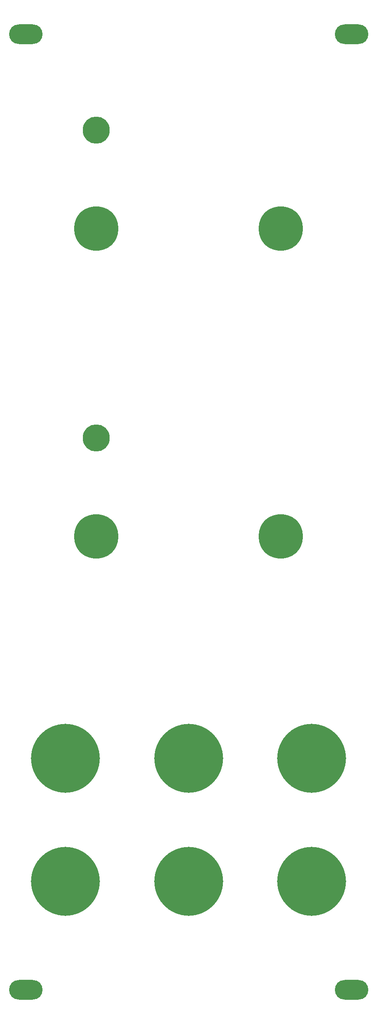
<source format=gts>
G04 #@! TF.GenerationSoftware,KiCad,Pcbnew,6.0.5-a6ca702e91~116~ubuntu20.04.1*
G04 #@! TF.CreationDate,2022-05-11T11:31:37-04:00*
G04 #@! TF.ProjectId,kdlfo_panel,6b646c66-6f5f-4706-916e-656c2e6b6963,rev?*
G04 #@! TF.SameCoordinates,Original*
G04 #@! TF.FileFunction,Soldermask,Top*
G04 #@! TF.FilePolarity,Negative*
%FSLAX46Y46*%
G04 Gerber Fmt 4.6, Leading zero omitted, Abs format (unit mm)*
G04 Created by KiCad (PCBNEW 6.0.5-a6ca702e91~116~ubuntu20.04.1) date 2022-05-11 11:31:37*
%MOMM*%
%LPD*%
G01*
G04 APERTURE LIST*
%ADD10O,6.800000X4.000000*%
%ADD11C,9.000000*%
%ADD12C,14.000000*%
%ADD13C,5.500000*%
G04 APERTURE END LIST*
D10*
G04 #@! TO.C,H14*
X86700000Y-204600000D03*
X86700000Y-10600000D03*
G04 #@! TD*
D11*
G04 #@! TO.C,H3*
X34850000Y-50100000D03*
G04 #@! TD*
D12*
G04 #@! TO.C,H1*
X28600000Y-157600000D03*
G04 #@! TD*
D10*
G04 #@! TO.C,H13*
X20500000Y-204600000D03*
X20500000Y-10600000D03*
G04 #@! TD*
D13*
G04 #@! TO.C,H11*
X34850000Y-30100000D03*
G04 #@! TD*
D12*
G04 #@! TO.C,H2*
X28600000Y-182600000D03*
G04 #@! TD*
G04 #@! TO.C,H5*
X53600000Y-157600000D03*
G04 #@! TD*
G04 #@! TO.C,H6*
X53600000Y-182600000D03*
G04 #@! TD*
G04 #@! TO.C,H9*
X78600000Y-157600000D03*
G04 #@! TD*
G04 #@! TO.C,H10*
X78600000Y-182600000D03*
G04 #@! TD*
D11*
G04 #@! TO.C,H4*
X72350000Y-112600000D03*
G04 #@! TD*
G04 #@! TO.C,H8*
X72350000Y-50100000D03*
G04 #@! TD*
D13*
G04 #@! TO.C,H12*
X34850000Y-92600000D03*
G04 #@! TD*
D11*
G04 #@! TO.C,H7*
X34850000Y-112600000D03*
G04 #@! TD*
M02*

</source>
